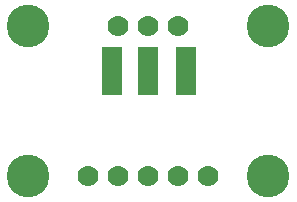
<source format=gbr>
G04 EAGLE Gerber RS-274X export*
G75*
%MOMM*%
%FSLAX34Y34*%
%LPD*%
%INSoldermask Bottom*%
%IPPOS*%
%AMOC8*
5,1,8,0,0,1.08239X$1,22.5*%
G01*
%ADD10C,3.617600*%
%ADD11C,1.778000*%
%ADD12R,1.778000X4.165600*%


D10*
X25400Y152400D03*
X228600Y152400D03*
X25400Y25400D03*
X228600Y25400D03*
D11*
X101600Y152400D03*
X127000Y152400D03*
X152400Y152400D03*
X76200Y25400D03*
X101600Y25400D03*
X127000Y25400D03*
X152400Y25400D03*
X177800Y25400D03*
D12*
X96520Y114300D03*
X127000Y114300D03*
X158750Y114300D03*
M02*

</source>
